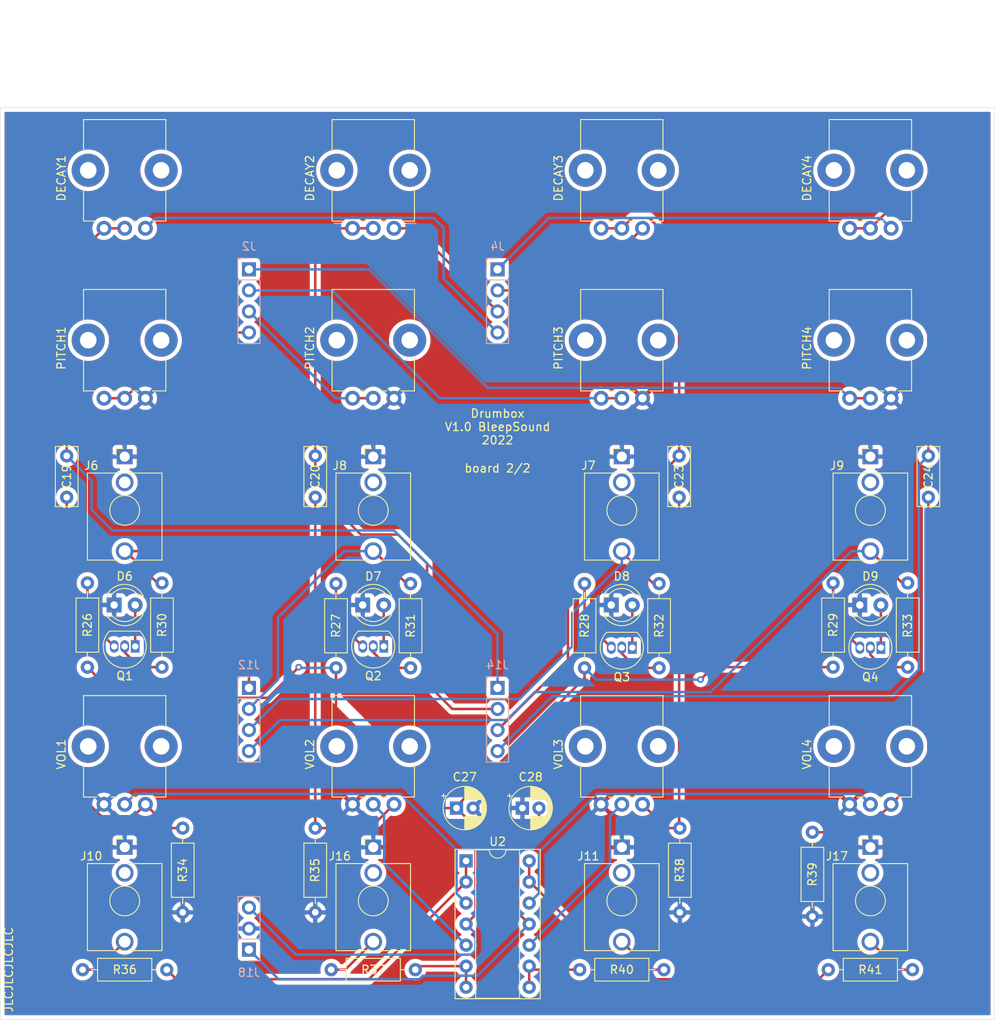
<source format=kicad_pcb>
(kicad_pcb (version 20211014) (generator pcbnew)
  (layers (0 "F.Cu" signal) (31 "B.Cu" signal) (34 "B.Paste" user) (35 "F.Paste" user) (36 "B.SilkS" user "B.Silkscreen") (37 "F.SilkS" user "F.Silkscreen") (38 "B.Mask" user) (39 "F.Mask" user) (44 "Edge.Cuts" user))
  (net 0 "")
  (net 1 "GND")
  (net 2 "Net-(R36-Pad2)")
  (net 3 "O1")
  (net 4 "PIOut2")
  (net 5 "O2")
  (net 6 "PIOut3")
  (net 7 "O3")
  (net 8 "PIOut4")
  (net 9 "O4")
  (net 10 "In1")
  (net 11 "In2")
  (net 12 "In3")
  (net 13 "In4")
  (net 14 "+12V")
  (net 15 "-12V")
  (net 16 "Net-(C19-Pad2)")
  (net 17 "Net-(C20-Pad2)")
  (net 18 "Net-(C23-Pad2)")
  (net 19 "Net-(C24-Pad2)")
  (net 20 "Net-(D6-Pad2)")
  (net 21 "Net-(D7-Pad2)")
  (net 22 "Net-(D8-Pad2)")
  (net 23 "Net-(D9-Pad2)")
  (net 24 "DEIn1")
  (net 25 "DEIn2")
  (net 26 "DEIn3")
  (net 27 "DEIn4")
  (net 28 "PIOut1")
  (net 34 "Out1")
  (net 36 "Out3")
  (net 38 "Out2")
  (net 40 "Out4")
  (net 41 "Net-(Q1-Pad2)")
  (net 42 "Net-(Q1-Pad3)")
  (net 43 "Net-(Q2-Pad2)")
  (net 44 "Net-(Q2-Pad3)")
  (net 45 "Net-(Q3-Pad2)")
  (net 46 "Net-(Q3-Pad3)")
  (net 47 "Net-(Q4-Pad2)")
  (net 48 "Net-(Q4-Pad3)")
  (net 49 "Net-(U2-Pad3)")
  (net 50 "Net-(U2-Pad10)")
  (net 51 "Net-(U2-Pad5)")
  (net 52 "Net-(U2-Pad12)")
  (net 53 "Net-(R37-Pad2)")
  (net 54 "Net-(R40-Pad2)")
  (net 55 "Net-(R41-Pad2)")
  (footprint "Potentiometer_THT:Potentiometer_Bourns_PTV09A-1_Single_Vertical" (layer "F.Cu") (at 91 45.55 90)
    (fp_text reference "DECAY1")
    (fp_text value "470k")
  )
  (footprint "Resistor_THT:R_Axial_DIN0207_L6.3mm_D2.5mm_P10.16mm_Horizontal" (layer "F.Cu") (at 84 98.5 90)
    (fp_text reference "R26")
    (fp_text value "1k")
  )
  (footprint "Package_TO_SOT_THT:TO-92_Inline" (layer "F.Cu") (at 149.77 96.14 180)
    (fp_text reference "Q3")
    (fp_text value "2N3904")
  )
  (footprint "Resistor_THT:R_Axial_DIN0207_L6.3mm_D2.5mm_P10.16mm_Horizontal" (layer "F.Cu") (at 111.5 117.92 -90)
    (fp_text reference "R35")
    (fp_text value "1M")
  )
  (footprint "Potentiometer_THT:Potentiometer_Bourns_PTV09A-1_Single_Vertical" (layer "F.Cu") (at 91 66.05 90)
    (fp_text reference "PITCH1")
    (fp_text value "10k")
  )
  (footprint "Resistor_THT:R_Axial_DIN0207_L6.3mm_D2.5mm_P10.16mm_Horizontal" (layer "F.Cu") (at 153 88.42 -90)
    (fp_text reference "R32")
    (fp_text value "47k")
  )
  (footprint "LED_THT:LED_D4.0mm" (layer "F.Cu") (at 177.225 91)
    (fp_text reference "D9")
    (fp_text value "LED4")
  )
  (footprint "LED_THT:LED_D4.0mm" (layer "F.Cu") (at 117.225 91)
    (fp_text reference "D7")
    (fp_text value "LED2")
  )
  (footprint "Capacitor_THT:CP_Radial_D5.0mm_P2.00mm" (layer "F.Cu") (at 136.5 115.5)
    (fp_text reference "C28")
    (fp_text value "100n")
  )
  (footprint "Resistor_THT:R_Axial_DIN0207_L6.3mm_D2.5mm_P10.16mm_Horizontal" (layer "F.Cu") (at 183 88.34 -90)
    (fp_text reference "R33")
    (fp_text value "47k")
  )
  (footprint "Potentiometer_THT:Potentiometer_Bourns_PTV09A-1_Single_Vertical" (layer "F.Cu") (at 151 115.05 90)
    (fp_text reference "VOL3")
    (fp_text value "10k")
  )
  (footprint "Resistor_THT:R_Axial_DIN0207_L6.3mm_D2.5mm_P10.16mm_Horizontal" (layer "F.Cu") (at 144 98.58 90)
    (fp_text reference "R28")
    (fp_text value "1k")
  )
  (footprint "Potentiometer_THT:Potentiometer_Bourns_PTV09A-1_Single_Vertical" (layer "F.Cu") (at 151 45.55 90)
    (fp_text reference "DECAY3")
    (fp_text value "470k")
  )
  (footprint "Resistor_THT:R_Axial_DIN0207_L6.3mm_D2.5mm_P10.16mm_Horizontal" (layer "F.Cu") (at 174 98.5 90)
    (fp_text reference "R29")
    (fp_text value "1k")
  )
  (footprint "Potentiometer_THT:Potentiometer_Bourns_PTV09A-1_Single_Vertical" (layer "F.Cu") (at 151 66.05 90)
    (fp_text reference "PITCH3")
    (fp_text value "10k")
  )
  (footprint "Package_TO_SOT_THT:TO-92_Inline" (layer "F.Cu") (at 89.77 96 180)
    (fp_text reference "Q1")
    (fp_text value "2N3904")
  )
  (footprint "Package_TO_SOT_THT:TO-92_Inline" (layer "F.Cu") (at 179.77 96.14 180)
    (fp_text reference "Q4")
    (fp_text value "2N3904")
  )
  (footprint "Potentiometer_THT:Potentiometer_Bourns_PTV09A-1_Single_Vertical" (layer "F.Cu") (at 121 45.55 90)
    (fp_text reference "DECAY2")
    (fp_text value "470k")
  )
  (footprint "Connector_Audio:Jack_3.5mm_QingPu_WQP-PJ398SM_Vertical_CircularHoles" (layer "F.Cu") (at 118.5 73.1)
    (fp_text reference "J8")
    (fp_text value "HBonga IN")
  )
  (footprint "Resistor_THT:R_Axial_DIN0207_L6.3mm_D2.5mm_P10.16mm_Horizontal" (layer "F.Cu") (at 183.58 135 180)
    (fp_text reference "R41")
    (fp_text value "1k")
  )
  (footprint "Package_DIP:DIP-14_W7.62mm_Socket" (layer "F.Cu") (at 129.7 121.875)
    (fp_text reference "U2")
    (fp_text value "TL074")
  )
  (footprint "Capacitor_THT:CP_Radial_D5.0mm_P2.00mm" (layer "F.Cu") (at 128.544887 115.5)
    (fp_text reference "C27")
    (fp_text value "100n")
  )
  (footprint "Capacitor_THT:C_Disc_D7.0mm_W2.5mm_P5.00mm" (layer "F.Cu") (at 81.5 73 -90)
    (fp_text reference "C19")
    (fp_text value ".1µF")
  )
  (footprint "LED_THT:LED_D4.0mm" (layer "F.Cu") (at 147.225 91)
    (fp_text reference "D8")
    (fp_text value "LED3")
  )
  (footprint "Capacitor_THT:C_Disc_D7.0mm_W2.5mm_P5.00mm" (layer "F.Cu") (at 185.5 73 -90)
    (fp_text reference "C24")
    (fp_text value ".1µF")
  )
  (footprint "Capacitor_THT:C_Disc_D7.0mm_W2.5mm_P5.00mm" (layer "F.Cu") (at 111.5 73 -90)
    (fp_text reference "C20")
    (fp_text value ".1µF")
  )
  (footprint "Potentiometer_THT:Potentiometer_Bourns_PTV09A-1_Single_Vertical" (layer "F.Cu") (at 181 66.05 90)
    (fp_text reference "PITCH4")
    (fp_text value "10k")
  )
  (footprint "Resistor_THT:R_Axial_DIN0207_L6.3mm_D2.5mm_P10.16mm_Horizontal" (layer "F.Cu") (at 171.5 118.42 -90)
    (fp_text reference "R39")
    (fp_text value "1M")
  )
  (footprint "Connector_Audio:Jack_3.5mm_QingPu_WQP-PJ398SM_Vertical_CircularHoles" (layer "F.Cu") (at 148.5 73.1)
    (fp_text reference "J7")
    (fp_text value "LBonga IN")
  )
  (footprint "Potentiometer_THT:Potentiometer_Bourns_PTV09A-1_Single_Vertical" (layer "F.Cu") (at 121 115.05 90)
    (fp_text reference "VOL2")
    (fp_text value "10k")
  )
  (footprint "Resistor_THT:R_Axial_DIN0207_L6.3mm_D2.5mm_P10.16mm_Horizontal" (layer "F.Cu") (at 114 98.58 90)
    (fp_text reference "R27")
    (fp_text value "1k")
  )
  (footprint "Connector_Audio:Jack_3.5mm_QingPu_WQP-PJ398SM_Vertical_CircularHoles" (layer "F.Cu") (at 178.5 73.1)
    (fp_text reference "J9")
    (fp_text value "Clave IN")
  )
  (footprint "Connector_Audio:Jack_3.5mm_QingPu_WQP-PJ398SM_Vertical_CircularHoles" (layer "F.Cu") (at 118.5 120.22)
    (fp_text reference "J16")
    (fp_text value "HBonga OUT")
  )
  (footprint "Resistor_THT:R_Axial_DIN0207_L6.3mm_D2.5mm_P10.16mm_Horizontal" (layer "F.Cu") (at 93 88.34 -90)
    (fp_text reference "R30")
    (fp_text value "47k")
  )
  (footprint "Resistor_THT:R_Axial_DIN0207_L6.3mm_D2.5mm_P10.16mm_Horizontal" (layer "F.Cu") (at 123 88.42 -90)
    (fp_text reference "R31")
    (fp_text value "47k")
  )
  (footprint "Potentiometer_THT:Potentiometer_Bourns_PTV09A-1_Single_Vertical" (layer "F.Cu") (at 121 66.05 90)
    (fp_text reference "PITCH2")
    (fp_text value "10k")
  )
  (footprint "Capacitor_THT:C_Disc_D7.0mm_W2.5mm_P5.00mm" (layer "F.Cu") (at 155.42 73 -90)
    (fp_text reference "C23")
    (fp_text value ".1µF")
  )
  (footprint "Package_TO_SOT_THT:TO-92_Inline" (layer "F.Cu") (at 119.77 96 180)
    (fp_text reference "Q2")
    (fp_text value "2N3904")
  )
  (footprint "Connector_Audio:Jack_3.5mm_QingPu_WQP-PJ398SM_Vertical_CircularHoles" (layer "F.Cu") (at 178.5 120.22)
    (fp_text reference "J17")
    (fp_text value "Clave OUT")
  )
  (footprint "Connector_Audio:Jack_3.5mm_QingPu_WQP-PJ398SM_Vertical_CircularHoles" (layer "F.Cu") (at 148.5 120.22)
    (fp_text reference "J11")
    (fp_text value "LBonga OUT")
  )
  (footprint "Connector_Audio:Jack_3.5mm_QingPu_WQP-PJ398SM_Vertical_CircularHoles" (layer "F.Cu") (at 88.5 120.22)
    (fp_text reference "J10")
    (fp_text value "Bass OUT")
  )
  (footprint "Resistor_THT:R_Axial_DIN0207_L6.3mm_D2.5mm_P10.16mm_Horizontal" (layer "F.Cu") (at 153.58 135 180)
    (fp_text reference "R40")
    (fp_text value "1k")
  )
  (footprint "Resistor_THT:R_Axial_DIN0207_L6.3mm_D2.5mm_P10.16mm_Horizontal" (layer "F.Cu") (at 113.42 135)
    (fp_text reference "R37")
    (fp_text value "1k")
  )
  (footprint "Resistor_THT:R_Axial_DIN0207_L6.3mm_D2.5mm_P10.16mm_Horizontal" (layer "F.Cu") (at 83.42 135)
    (fp_text reference "R36")
    (fp_text value "1k")
  )
  (footprint "Resistor_THT:R_Axial_DIN0207_L6.3mm_D2.5mm_P10.16mm_Horizontal" (layer "F.Cu") (at 155.5 117.92 -90)
    (fp_text reference "R38")
    (fp_text value "1M")
  )
  (footprint "Potentiometer_THT:Potentiometer_Bourns_PTV09A-1_Single_Vertical" (layer "F.Cu") (at 181 45.55 90)
    (fp_text reference "DECAY4")
    (fp_text value "470k")
  )
  (footprint "Potentiometer_THT:Potentiometer_Bourns_PTV09A-1_Single_Vertical" (layer "F.Cu") (at 91 115.05 90)
    (fp_text reference "VOL1")
    (fp_text value "10k")
  )
  (footprint "Potentiometer_THT:Potentiometer_Bourns_PTV09A-1_Single_Vertical" (layer "F.Cu") (at 181 115.05 90)
    (fp_text reference "VOL4")
    (fp_text value "10k")
  )
  (footprint "LED_THT:LED_D4.0mm" (layer "F.Cu") (at 87.225 91)
    (fp_text reference "D6")
    (fp_text value "LED1")
  )
  (footprint "Connector_Audio:Jack_3.5mm_QingPu_WQP-PJ398SM_Vertical_CircularHoles" (layer "F.Cu") (at 88.5 73.1)
    (fp_text reference "J6")
    (fp_text value "Bass IN")
  )
  (footprint "Resistor_THT:R_Axial_DIN0207_L6.3mm_D2.5mm_P10.16mm_Horizontal" (layer "F.Cu") (at 95.5 117.92 -90)
    (fp_text reference "R34")
    (fp_text value "1M")
  )
  (footprint "Connector_PinSocket_2.54mm:PinSocket_1x04_P2.54mm_Vertical" (layer "B.Cu") (at 133.5 101 180)
    (fp_text reference "J14")
    (fp_text value "Conn_01x04_Female")
  )
  (footprint "Connector_PinSocket_2.54mm:PinSocket_1x04_P2.54mm_Vertical" (layer "B.Cu") (at 103.5 101 180)
    (fp_text reference "J12")
    (fp_text value "Conn_01x04_Female")
  )
  (footprint "Connector_PinSocket_2.54mm:PinSocket_1x04_P2.54mm_Vertical" (layer "B.Cu") (at 133.5 50.5 180)
    (fp_text reference "J4")
    (fp_text value "Conn_01x04_Female")
  )
  (footprint "Connector_PinSocket_2.54mm:PinSocket_1x04_P2.54mm_Vertical" (layer "B.Cu") (at 103.5 50.5 180)
    (fp_text reference "J2")
    (fp_text value "Conn_01x04_Female")
  )
  (footprint "Connector_PinSocket_2.54mm:PinSocket_1x03_P2.54mm_Vertical" (layer "B.Cu") (at 103.5 132.58)
    (fp_text reference "J18")
    (fp_text value "Conn_01x03_Female")
  )
  (gr_line (start 73.5 31) (end 193.5 31) (layer "Edge.Cuts") (width 0.05))
  (gr_line (start 193.5 31) (end 193.500001 141) (layer "Edge.Cuts") (width 0.05))
  (gr_line (start 73.5 31) (end 73.5 141) (layer "Edge.Cuts") (width 0.05))
  (gr_line (start 73.5 141) (end 193.500001 141) (layer "Edge.Cuts") (width 0.05))
  (gr_text "board 2/2" (at 133.5 74.5) (layer "F.SilkS") (effects (font (size 1 1))))
  (gr_text "Drumbox\nV1.0 BleepSound\n2022" (at 133.5 69.5) (layer "F.SilkS") (effects (font (size 1 1))))
  (gr_text "JLCJLCJLCJLC\n" (at 74.5 135 90) (layer "F.SilkS") (effects (font (size 1 1))))
  (segment (start 94.729511 136.149511) (end 93.58 135) (width 0.3) (layer "F.Cu") (net 2))
  (segment (start 117.965489 136.149511) (end 94.729511 136.149511) (width 0.3) (layer "F.Cu") (net 2))
  (segment (start 129.7 121.875) (end 129.7 124.415) (width 0.3) (layer "F.Cu") (net 2))
  (segment (start 129.7 124.415) (end 117.965489 136.149511) (width 0.3) (layer "F.Cu") (net 2))
  (segment (start 81.5 73) (end 81.5 50.05) (width 0.3) (layer "F.Cu") (net 3))
  (segment (start 81.5 50.05) (end 86 45.55) (width 0.3) (layer "F.Cu") (net 3))
  (segment (start 86 45.55) (end 88.5 45.55) (width 0.3) (layer "F.Cu") (net 3))
  (segment (start 133.5 94.5) (end 133.5 101) (width 0.3) (layer "B.Cu") (net 3))
  (segment (start 81.5 73) (end 84.5 76) (width 0.3) (layer "B.Cu") (net 3))
  (segment (start 84.5 79.5) (end 87 82) (width 0.3) (layer "B.Cu") (net 3))
  (segment (start 84.5 76) (end 84.5 79.5) (width 0.3) (layer "B.Cu") (net 3))
  (segment (start 87 82) (end 121 82) (width 0.3) (layer "B.Cu") (net 3))
  (segment (start 121 82) (end 133.5 94.5) (width 0.3) (layer "B.Cu") (net 3))
  (segment (start 118.5 66.05) (end 116 66.05) (width 0.3) (layer "F.Cu") (net 4))
  (segment (start 116 66.05) (end 113.97 66.05) (width 0.3) (layer "B.Cu") (net 4))
  (segment (start 113.97 66.05) (end 103.5 55.58) (width 0.3) (layer "B.Cu") (net 4))
  (segment (start 125 86) (end 121.5 82.5) (width 0.3) (layer "F.Cu") (net 5))
  (segment (start 117 82.5) (end 115 80.5) (width 0.3) (layer "F.Cu") (net 5))
  (segment (start 116 45.55) (end 118.5 45.55) (width 0.3) (layer "F.Cu") (net 5))
  (segment (start 115 79) (end 111.5 75.5) (width 0.3) (layer "F.Cu") (net 5))
  (segment (start 111.5 75.5) (end 111.5 73) (width 0.3) (layer "F.Cu") (net 5))
  (segment (start 113.95 45.55) (end 116 45.55) (width 0.3) (layer "F.Cu") (net 5))
  (segment (start 128.04 103.54) (end 125 100.5) (width 0.3) (layer "F.Cu") (net 5))
  (segment (start 125 100.5) (end 125 86) (width 0.3) (layer "F.Cu") (net 5))
  (segment (start 133.5 103.54) (end 128.04 103.54) (width 0.3) (layer "F.Cu") (net 5))
  (segment (start 111.5 48) (end 113.95 45.55) (width 0.3) (layer "F.Cu") (net 5))
  (segment (start 115 80.5) (end 115 79) (width 0.3) (layer "F.Cu") (net 5))
  (segment (start 121.5 82.5) (end 117 82.5) (width 0.3) (layer "F.Cu") (net 5))
  (segment (start 111.5 73) (end 111.5 48) (width 0.3) (layer "F.Cu") (net 5))
  (segment (start 148.5 66.05) (end 146 66.05) (width 0.3) (layer "F.Cu") (net 6))
  (segment (start 146 66.05) (end 126.55 66.05) (width 0.3) (layer "B.Cu") (net 6))
  (segment (start 126.55 66.05) (end 113.54 53.04) (width 0.3) (layer "B.Cu") (net 6))
  (segment (start 113.54 53.04) (end 103.5 53.04) (width 0.3) (layer "B.Cu") (net 6))
  (segment (start 155.42 73) (end 153 75.42) (width 0.3) (layer "F.Cu") (net 7))
  (segment (start 146 45.55) (end 148.5 45.55) (width 0.3) (layer "F.Cu") (net 7))
  (segment (start 150.5 82.5) (end 147 82.5) (width 0.3) (layer "F.Cu") (net 7))
  (segment (start 151.800489 44.300489) (end 155.42 47.92) (width 0.3) (layer "F.Cu") (net 7))
  (segment (start 147 82.5) (end 142 87.5) (width 0.3) (layer "F.Cu") (net 7))
  (segment (start 149.749511 44.300489) (end 151.800489 44.300489) (width 0.3) (layer "F.Cu") (net 7))
  (segment (start 148.5 45.55) (end 149.749511 44.300489) (width 0.3) (layer "F.Cu") (net 7))
  (segment (start 142 87.5) (end 142 97.58) (width 0.3) (layer "F.Cu") (net 7))
  (segment (start 153 80) (end 150.5 82.5) (width 0.3) (layer "F.Cu") (net 7))
  (segment (start 155.42 47.92) (end 155.42 73) (width 0.3) (layer "F.Cu") (net 7))
  (segment (start 153 75.42) (end 153 80) (width 0.3) (layer "F.Cu") (net 7))
  (segment (start 142 97.58) (end 133.5 106.08) (width 0.3) (layer "F.Cu") (net 7))
  (segment (start 178.5 66.05) (end 176 66.05) (width 0.3) (layer "F.Cu") (net 8))
  (segment (start 174.750489 64.800489) (end 176 66.05) (width 0.3) (layer "B.Cu") (net 8))
  (segment (start 118 50.5) (end 103.5 50.5) (width 0.3) (layer "B.Cu") (net 8))
  (segment (start 132.300489 64.800489) (end 118 50.5) (width 0.3) (layer "B.Cu") (net 8))
  (segment (start 132.300489 64.800489) (end 174.750489 64.800489) (width 0.3) (layer "B.Cu") (net 8))
  (segment (start 185.5 73) (end 185.5 47) (width 0.3) (layer "F.Cu") (net 9))
  (segment (start 185.5 47) (end 182 43.5) (width 0.3) (layer "F.Cu") (net 9))
  (segment (start 180.55 43.5) (end 178.5 45.55) (width 0.3) (layer "F.Cu") (net 9))
  (segment (start 182 43.5) (end 180.55 43.5) (width 0.3) (layer "F.Cu") (net 9))
  (segment (start 176 45.55) (end 178.5 45.55) (width 0.3) (layer "F.Cu") (net 9))
  (segment (start 185.5 73) (end 184.350489 74.149511) (width 0.3) (layer "B.Cu") (net 9))
  (segment (start 140.12 102) (end 133.5 108.62) (width 0.3) (layer "B.Cu") (net 9))
  (segment (start 181.125655 102) (end 140.12 102) (width 0.3) (layer "B.Cu") (net 9))
  (segment (start 184.350489 98.775166) (end 181.125655 102) (width 0.3) (layer "B.Cu") (net 9))
  (segment (start 184.350489 74.149511) (end 184.350489 98.775166) (width 0.3) (layer "B.Cu") (net 9))
  (segment (start 92 84.5) (end 88.5 84.5) (width 0.3) (layer "F.Cu") (net 10))
  (segment (start 88.5 84.4) (end 92.44 88.34) (width 0.3) (layer "F.Cu") (net 10))
  (segment (start 92.44 88.34) (end 93 88.34) (width 0.3) (layer "F.Cu") (net 10))
  (segment (start 103.5 101) (end 103.5 96) (width 0.3) (layer "F.Cu") (net 10))
  (segment (start 103.5 96) (end 92 84.5) (width 0.3) (layer "F.Cu") (net 10))
  (segment (start 118.5 84.4) (end 122.52 88.42) (width 0.3) (layer "F.Cu") (net 11))
  (segment (start 122.52 88.42) (end 123 88.42) (width 0.3) (layer "F.Cu") (net 11))
  (segment (start 103.5 103.54) (end 103.5 103.5) (width 0.3) (layer "B.Cu") (net 11))
  (segment (start 115 84.5) (end 118.5 84.5) (width 0.3) (layer "B.Cu") (net 11))
  (segment (start 107 92.5) (end 115 84.5) (width 0.3) (layer "B.Cu") (net 11))
  (segment (start 107 100) (end 107 92.5) (width 0.3) (layer "B.Cu") (net 11))
  (segment (start 103.5 103.5) (end 107 100) (width 0.3) (layer "B.Cu") (net 11))
  (segment (start 152.3 88.42) (end 153 88.42) (width 0.3) (layer "F.Cu") (net 12))
  (segment (start 148.5 84.62) (end 152.3 88.42) (width 0.3) (layer "F.Cu") (net 12))
  (segment (start 148.5 86.006137) (end 142.5 92.006137) (width 0.3) (layer "B.Cu") (net 12))
  (segment (start 148.5 84.5) (end 148.5 86.006137) (width 0.3) (layer "B.Cu") (net 12))
  (segment (start 142.5 92.006137) (end 142.5 96) (width 0.3) (layer "B.Cu") (net 12))
  (segment (start 107.239511 102.340489) (end 103.5 106.08) (width 0.3) (layer "B.Cu") (net 12))
  (segment (start 142.5 96) (end 136.159511 102.340489) (width 0.3) (layer "B.Cu") (net 12))
  (segment (start 136.159511 102.340489) (end 107.239511 102.340489) (width 0.3) (layer "B.Cu") (net 12))
  (segment (start 178.5 84.5) (end 182.34 88.34) (width 0.3) (layer "F.Cu") (net 13))
  (segment (start 182.34 88.34) (end 183 88.34) (width 0.3) (layer "F.Cu") (net 13))
  (segment (start 137.99952 101.50048) (end 134.619511 104.880489) (width 0.3) (layer "B.Cu") (net 13))
  (segment (start 178.5 84.5) (end 176.214345 84.5) (width 0.3) (layer "B.Cu") (net 13))
  (segment (start 134.619511 104.880489) (end 107.239511 104.880489) (width 0.3) (layer "B.Cu") (net 13))
  (segment (start 176.214345 84.5) (end 159.213865 101.50048) (width 0.3) (layer "B.Cu") (net 13))
  (segment (start 159.213865 101.50048) (end 137.99952 101.50048) (width 0.3) (layer "B.Cu") (net 13))
  (segment (start 107.239511 104.880489) (end 103.5 108.62) (width 0.3) (layer "B.Cu") (net 13))
  (segment (start 84 98.5) (end 87.699511 102.199511) (width 0.3) (layer "F.Cu") (net 14))
  (segment (start 159.5 98.5) (end 174 98.5) (width 0.3) (layer "F.Cu") (net 14))
  (segment (start 130.849511 128.345489) (end 129.7 129.495) (width 0.3) (layer "F.Cu") (net 14))
  (segment (start 144 99.816366) (end 128.544887 115.271479) (width 0.3) (layer "F.Cu") (net 14))
  (segment (start 125.5 115.5) (end 114 104) (width 0.3) (layer "F.Cu") (net 14))
  (segment (start 158 100) (end 159.5 98.5) (width 0.3) (layer "F.Cu") (net 14))
  (segment (start 114 104) (end 114 98.58) (width 0.3) (layer "F.Cu") (net 14))
  (segment (start 105.800489 102.199511) (end 109.5 98.5) (width 0.3) (layer "F.Cu") (net 14))
  (segment (start 128.544887 115.5) (end 125.5 115.5) (width 0.3) (layer "F.Cu") (net 14))
  (segment (start 128.544887 115.5) (end 130.849511 117.804624) (width 0.3) (layer "F.Cu") (net 14))
  (segment (start 87.699511 102.199511) (end 105.800489 102.199511) (width 0.3) (layer "F.Cu") (net 14))
  (segment (start 144 98.58) (end 144 99.816366) (width 0.3) (layer "F.Cu") (net 14))
  (segment (start 128.544887 115.271479) (end 128.544887 115.5) (width 0.3) (layer "F.Cu") (net 14))
  (segment (start 130.849511 117.804624) (end 130.849511 128.345489) (width 0.3) (layer "F.Cu") (net 14))
  (via (at 109.5 98.5) (size 0.8) (drill 0.4) (layers "F.Cu" "B.Cu") (net 14))
  (via (at 158 100) (size 0.8) (drill 0.4) (layers "F.Cu" "B.Cu") (net 14))
  (segment (start 130.849511 132.650489) (end 130.315489 133.184511) (width 0.3) (layer "B.Cu") (net 14))
  (segment (start 130.315489 133.184511) (end 109.184511 133.184511) (width 0.3) (layer "B.Cu") (net 14))
  (segment (start 109.184511 133.184511) (end 103.5 127.5) (width 0.3) (layer "B.Cu") (net 14))
  (segment (start 144 98.58) (end 145.42 100) (width 0.3) (layer "B.Cu") (net 14))
  (segment (start 130.849511 130.644511) (end 130.849511 132.650489) (width 0.3) (layer "B.Cu") (net 14))
  (segment (start 109.58 98.58) (end 109.5 98.5) (width 0.3) (layer "B.Cu") (net 14))
  (segment (start 114 98.58) (end 109.58 98.58) (width 0.3) (layer "B.Cu") (net 14))
  (segment (start 129.7 129.495) (end 130.849511 130.644511) (width 0.3) (layer "B.Cu") (net 14))
  (segment (start 145.42 100) (end 158 100) (width 0.3) (layer "B.Cu") (net 14))
  (segment (start 136 128.175) (end 137.32 129.495) (width 0.3) (layer "F.Cu") (net 15))
  (segment (start 138.5 116.63137) (end 136 119.13137) (width 0.3) (layer "F.Cu") (net 15))
  (segment (start 138.5 115.5) (end 138.5 116.63137) (width 0.3) (layer "F.Cu") (net 15))
  (segment (start 136 119.13137) (end 136 128.175) (width 0.3) (layer "F.Cu") (net 15))
  (segment (start 124.481144 135.724511) (end 124.056144 136.149511) (width 0.3) (layer "B.Cu") (net 15))
  (segment (start 137.32 129.495) (end 131.090489 135.724511) (width 0.3) (layer "B.Cu") (net 15))
  (segment (start 124.056144 136.149511) (end 107.069511 136.149511) (width 0.3) (layer "B.Cu") (net 15))
  (segment (start 131.090489 135.724511) (end 124.481144 135.724511) (width 0.3) (layer "B.Cu") (net 15))
  (segment (start 107.069511 136.149511) (end 103.5 132.58) (width 0.3) (layer "B.Cu") (net 15))
  (segment (start 93.87 117.92) (end 95.5 117.92) (width 0.3) (layer "F.Cu") (net 16))
  (segment (start 89.55 116.5) (end 85.682924 116.5) (width 0.3) (layer "F.Cu") (net 16))
  (segment (start 81.5 112.317076) (end 81.5 78) (width 0.3) (layer "F.Cu") (net 16))
  (segment (start 91 115.05) (end 93.87 117.92) (width 0.3) (layer "F.Cu") (net 16))
  (segment (start 85.682924 116.5) (end 81.5 112.317076) (width 0.3) (layer "F.Cu") (net 16))
  (segment (start 91 115.05) (end 89.55 116.5) (width 0.3) (layer "F.Cu") (net 16))
  (segment (start 111.5 117.92) (end 111.5 78) (width 0.3) (layer "F.Cu") (net 17))
  (segment (start 118.13 117.92) (end 111.5 117.92) (width 0.3) (layer "F.Cu") (net 17))
  (segment (start 121 115.05) (end 118.13 117.92) (width 0.3) (layer "F.Cu") (net 17))
  (segment (start 153.87 117.92) (end 155.5 117.92) (width 0.3) (layer "F.Cu") (net 18))
  (segment (start 155.42 117.84) (end 155.5 117.92) (width 0.3) (layer "F.Cu") (net 18))
  (segment (start 155.42 78) (end 155.42 117.84) (width 0.3) (layer "F.Cu") (net 18))
  (segment (start 151 115.05) (end 153.87 117.92) (width 0.3) (layer "F.Cu") (net 18))
  (segment (start 185.5 110.55) (end 185.5 78) (width 0.3) (layer "F.Cu") (net 19))
  (segment (start 181 115.05) (end 177.63 118.42) (width 0.3) (layer "F.Cu") (net 19))
  (segment (start 181 115.05) (end 185.5 110.55) (width 0.3) (layer "F.Cu") (net 19))
  (segment (start 177.63 118.42) (end 171.5 118.42) (width 0.3) (layer "F.Cu") (net 19))
  (segment (start 89.765 95.995) (end 89.77 96) (width 0.3) (layer "F.Cu") (net 20))
  (segment (start 89.765 91) (end 89.765 95.995) (width 0.3) (layer "F.Cu") (net 20))
  (segment (start 119.765 91) (end 119.765 95.995) (width 0.3) (layer "F.Cu") (net 21))
  (segment (start 119.765 95.995) (end 119.77 96) (width 0.3) (layer "F.Cu") (net 21))
  (segment (start 149.765 96.135) (end 149.77 96.14) (width 0.3) (layer "F.Cu") (net 22))
  (segment (start 149.765 91) (end 149.765 96.135) (width 0.3) (layer "F.Cu") (net 22))
  (segment (start 179.765 96.135) (end 179.77 96.14) (width 0.3) (layer "F.Cu") (net 23))
  (segment (start 179.765 91) (end 179.765 96.135) (width 0.3) (layer "F.Cu") (net 23))
  (segment (start 92.249511 44.300489) (end 91 45.55) (width 0.3) (layer "B.Cu") (net 24))
  (segment (start 125.800489 44.300489) (end 92.249511 44.300489) (width 0.3) (layer "B.Cu") (net 24))
  (segment (start 133.5 58.12) (end 127 51.62) (width 0.3) (layer "B.Cu") (net 24))
  (segment (start 127 51.62) (end 127 45.5) (width 0.3) (layer "B.Cu") (net 24))
  (segment (start 127 45.5) (end 125.800489 44.300489) (width 0.3) (layer "B.Cu") (net 24))
  (segment (start 121 45.55) (end 123.47 45.55) (width 0.3) (layer "F.Cu") (net 25))
  (segment (start 123.47 45.55) (end 133.5 55.58) (width 0.3) (layer "F.Cu") (net 25))
  (segment (start 151 45.55) (end 143.51 53.04) (width 0.3) (layer "F.Cu") (net 26))
  (segment (start 143.51 53.04) (end 133.5 53.04) (width 0.3) (layer "F.Cu") (net 26))
  (segment (start 179.750489 44.300489) (end 181 45.55) (width 0.3) (layer "B.Cu") (net 27))
  (segment (start 139.699511 44.300489) (end 179.750489 44.300489) (width 0.3) (layer "B.Cu") (net 27))
  (segment (start 133.5 50.5) (end 139.699511 44.300489) (width 0.3) (layer "B.Cu") (net 27))
  (segment (start 88.5 66.05) (end 91.55 63) (width 0.3) (layer "F.Cu") (net 28))
  (segment (start 88.5 66.05) (end 86 66.05) (width 0.3) (layer "F.Cu") (net 28))
  (segment (start 103.5 58.12) (end 98.88 58.12) (width 0.3) (layer "F.Cu") (net 28))
  (segment (start 91.55 63) (end 94 63) (width 0.3) (layer "F.Cu") (net 28))
  (segment (start 94 63) (end 98.88 58.12) (width 0.3) (layer "F.Cu") (net 28))
  (segment (start 85.12 135) (end 83.42 135) (width 0.3) (layer "F.Cu") (net 34))
  (segment (start 88.5 131.62) (end 85.12 135) (width 0.3) (layer "F.Cu") (net 34))
  (segment (start 151.88 135) (end 153.58 135) (width 0.3) (layer "F.Cu") (net 36))
  (segment (start 148.5 131.62) (end 151.88 135) (width 0.3) (layer "F.Cu") (net 36))
  (segment (start 115.12 135) (end 113.42 135) (width 0.3) (layer "F.Cu") (net 38))
  (segment (start 118.5 131.62) (end 115.12 135) (width 0.3) (layer "F.Cu") (net 38))
  (segment (start 178.5 131.62) (end 181.88 135) (width 0.3) (layer "F.Cu") (net 40))
  (segment (start 181.88 135) (end 183.58 135) (width 0.3) (layer "F.Cu") (net 40))
  (segment (start 90.295978 98.5) (end 93 98.5) (width 0.3) (layer "F.Cu") (net 41))
  (segment (start 88.5 96.704022) (end 90.295978 98.5) (width 0.3) (layer "F.Cu") (net 41))
  (segment (start 88.5 96) (end 88.5 96.704022) (width 0.3) (layer "F.Cu") (net 41))
  (segment (start 84 92.77) (end 87.23 96) (width 0.3) (layer "F.Cu") (net 42))
  (segment (start 84 88.34) (end 84 92.77) (width 0.3) (layer "F.Cu") (net 42))
  (segment (start 118.5 96.704022) (end 120.375978 98.58) (width 0.3) (layer "F.Cu") (net 43))
  (segment (start 120.375978 98.58) (end 123 98.58) (width 0.3) (layer "F.Cu") (net 43))
  (segment (start 118.5 96) (end 118.5 96.704022) (width 0.3) (layer "F.Cu") (net 43))
  (segment (start 114 92.77) (end 117.23 96) (width 0.3) (layer "F.Cu") (net 44))
  (segment (start 114 88.42) (end 114 92.77) (width 0.3) (layer "F.Cu") (net 44))
  (segment (start 148.5 96.844022) (end 150.235978 98.58) (width 0.3) (layer "F.Cu") (net 45))
  (segment (start 150.235978 98.58) (end 153 98.58) (width 0.3) (layer "F.Cu") (net 45))
  (segment (start 148.5 96.14) (end 148.5 96.844022) (width 0.3) (layer "F.Cu") (net 45))
  (segment (start 144 92.91) (end 144 88.42) (width 0.3) (layer "F.Cu") (net 46))
  (segment (start 147.23 96.14) (end 144 92.91) (width 0.3) (layer "F.Cu") (net 46))
  (segment (start 178.5 96.14) (end 178.5 97) (width 0.3) (layer "F.Cu") (net 47))
  (segment (start 178.5 97) (end 180 98.5) (width 0.3) (layer "F.Cu") (net 47))
  (segment (start 180 98.5) (end 183 98.5) (width 0.3) (layer "F.Cu") (net 47))
  (segment (start 174 88.34) (end 174 92.91) (width 0.3) (layer "F.Cu") (net 48))
  (segment (start 174 92.91) (end 177.23 96.14) (width 0.3) (layer "F.Cu") (net 48))
  (segment (start 121.800489 113.800489) (end 128.550489 120.550489) (width 0.3) (layer "B.Cu") (net 49))
  (segment (start 128.550489 120.550489) (end 128.550489 125.805489) (width 0.3) (layer "B.Cu") (net 49))
  (segment (start 88.5 115.05) (end 89.749511 113.800489) (width 0.3) (layer "B.Cu") (net 49))
  (segment (start 89.749511 113.800489) (end 121.800489 113.800489) (width 0.3) (layer "B.Cu") (net 49))
  (segment (start 128.550489 125.805489) (end 129.7 126.955) (width 0.3) (layer "B.Cu") (net 49))
  (segment (start 148.5 115.05) (end 147.085489 116.464511) (width 0.3) (layer "B.Cu") (net 50))
  (segment (start 147.085489 116.464511) (end 147.085489 122.269511) (width 0.3) (layer "B.Cu") (net 50))
  (segment (start 147.085489 122.269511) (end 137.32 132.035) (width 0.3) (layer "B.Cu") (net 50))
  (segment (start 118.5 115.05) (end 119.814511 116.364511) (width 0.3) (layer "B.Cu") (net 51))
  (segment (start 119.814511 122.149511) (end 129.7 132.035) (width 0.3) (layer "B.Cu") (net 51))
  (segment (start 119.814511 116.364511) (end 119.814511 122.149511) (width 0.3) (layer "B.Cu") (net 51))
  (segment (start 178.5 115.05) (end 177.250489 113.800489) (width 0.3) (layer "B.Cu") (net 52))
  (segment (start 138.5 120.782924) (end 138.5 125.775) (width 0.3) (layer "B.Cu") (net 52))
  (segment (start 138.5 125.775) (end 137.32 126.955) (width 0.3) (layer "B.Cu") (net 52))
  (segment (start 177.250489 113.800489) (end 145.482435 113.800489) (width 0.3) (layer "B.Cu") (net 52))
  (segment (start 145.482435 113.800489) (end 138.5 120.782924) (width 0.3) (layer "B.Cu") (net 52))
  (segment (start 129.7 137.115) (end 129.7 134.575) (width 0.3) (layer "F.Cu") (net 53))
  (segment (start 129.7 134.575) (end 124.005 134.575) (width 0.3) (layer "F.Cu") (net 53))
  (segment (start 124.005 134.575) (end 123.58 135) (width 0.3) (layer "F.Cu") (net 53))
  (segment (start 137.745 135) (end 137.32 134.575) (width 0.3) (layer "F.Cu") (net 54))
  (segment (start 143.42 135) (end 137.745 135) (width 0.3) (layer "F.Cu") (net 54))
  (segment (start 137.32 134.575) (end 137.32 137.115) (width 0.3) (layer "F.Cu") (net 54))
  (segment (start 149.149511 136.149511) (end 137.415 124.415) (width 0.3) (layer "F.Cu") (net 55))
  (segment (start 173.42 135) (end 172.270489 136.149511) (width 0.3) (layer "F.Cu") (net 55))
  (segment (start 137.32 121.875) (end 137.32 124.415) (width 0.3) (layer "F.Cu") (net 55))
  (segment (start 137.415 124.415) (end 137.32 124.415) (width 0.3) (layer "F.Cu") (net 55))
  (segment (start 172.270489 136.149511) (end 149.149511 136.149511) (width 0.3) (layer "F.Cu") (net 55))
  (zone (net 1) (net_name "GND") (layer "F.Cu") (connect_pads (clearance 0.508)) (min_thickness 0.254) (fill yes (thermal_gap 0.508) (thermal_bridge_width 0.508))
    (polygon (pts (xy 193.5 141) (xy 73.5 141) (xy 73.5 31) (xy 193.5 31)))
  )
  (zone (net 1) (net_name "GND") (layer "B.Cu") (connect_pads (clearance 0.508)) (min_thickness 0.254) (fill yes (thermal_gap 0.508) (thermal_bridge_width 0.508))
    (polygon (pts (xy 193.5 141) (xy 73.5 141) (xy 73.5 31) (xy 193.5 31)))
  )
)
</source>
